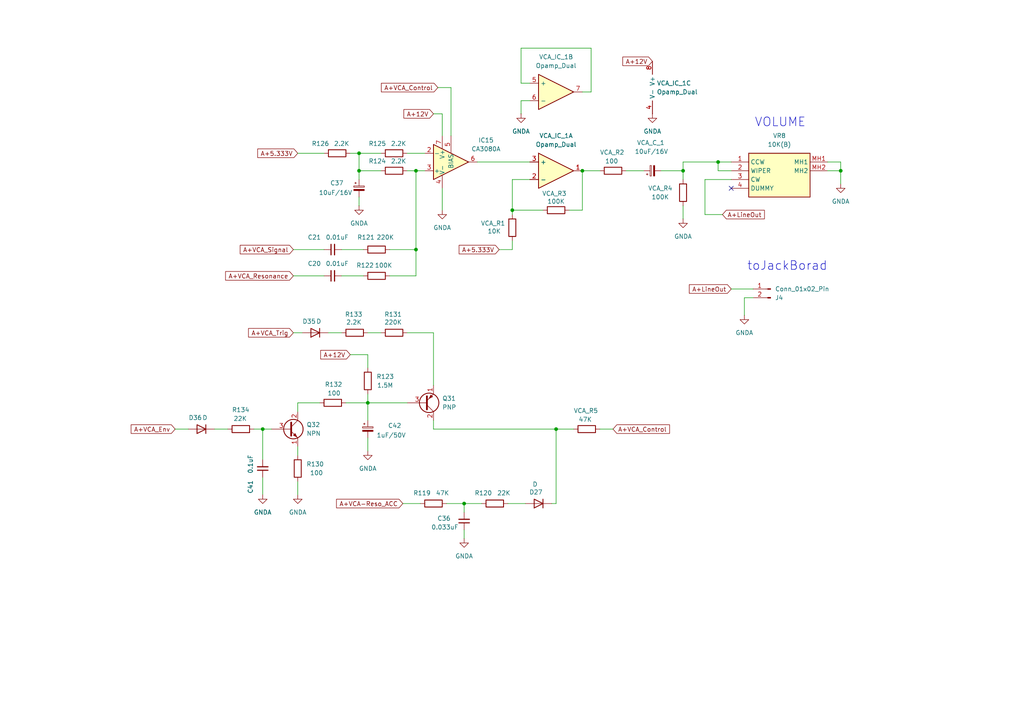
<source format=kicad_sch>
(kicad_sch (version 20231120) (generator "eeschema") (generator_version "8.0")
  (paper "A4")
  (lib_symbols
    (symbol "Amplifier_Operational:CA3080A" (pin_names (offset 0.127))
      (property "Reference" "U" (at 1.27 3.81 0))
      (property "Value" "CA3080A" (at 1.27 -3.81 0))
      (symbol "CA3080A_0_1"
        (polyline (pts (xy 5.08 0) (xy -5.08 -5.08) (xy -5.08 5.08) (xy 5.08 0)) (stroke (width 0.254)) (fill (type background)))
      )
      (symbol "CA3080A_1_1"
        (pin no_connect line (at -2.54 2.54 270) (length 2.54) hide (name "NC") (number "1"))
        (pin input line (at -7.62 2.54 0) (length 2.54) (name "-") (number "2"))
        (pin input line (at -7.62 -2.54 0) (length 2.54) (name "+") (number "3"))
        (pin power_in line (at -2.54 -7.62 90) (length 3.81) (name "V-") (number "4"))
        (pin passive line (at 0 7.62 270) (length 5.08) (name "BIAS") (number "5"))
        (pin output line (at 7.62 0 180) (length 2.54) (name "~") (number "6"))
        (pin power_in line (at -2.54 7.62 270) (length 3.81) (name "V+") (number "7"))
        (pin no_connect line (at 0 2.54 270) (length 2.54) hide (name "NC") (number "8"))
      )
    )
    (symbol "Connector:Conn_01x02_Pin" (pin_names (offset 1.016) hide)
      (property "Reference" "J" (at 0 2.54 0))
      (property "Value" "Conn_01x02_Pin" (at 0 -5.08 0))
      (symbol "Conn_01x02_Pin_1_1"
        (polyline (pts (xy 1.27 -2.54) (xy 0.8636 -2.54)) (stroke (width 0.1524)))
        (polyline (pts (xy 1.27 0) (xy 0.8636 0)) (stroke (width 0.1524)))
        (rectangle (start 0.8636 -2.413) (end 0 -2.667) (stroke (width 0.1524)) (fill (type outline)))
        (rectangle (start 0.8636 0.127) (end 0 -0.127) (stroke (width 0.1524)) (fill (type outline)))
        (pin passive line (at 5.08 0 180) (length 3.81) (name "Pin_1") (number "1"))
        (pin passive line (at 5.08 -2.54 180) (length 3.81) (name "Pin_2") (number "2"))
      )
    )
    (symbol "Device:C_Polarized_Small" (pin_numbers hide) (pin_names (offset 0.254) hide)
      (property "Reference" "C" (at 0.254 1.778 0))
      (property "Value" "C_Polarized_Small" (at 0.254 -2.032 0))
      (symbol "C_Polarized_Small_0_1"
        (rectangle (start -1.524 -0.3048) (end 1.524 -0.6858) (fill (type outline)))
        (rectangle (start -1.524 0.6858) (end 1.524 0.3048))
        (polyline (pts (xy -1.27 1.524) (xy -0.762 1.524)))
        (polyline (pts (xy -1.016 1.27) (xy -1.016 1.778)))
      )
      (symbol "C_Polarized_Small_1_1"
        (pin passive line (at 0 2.54 270) (length 1.8542) (name "~") (number "1"))
        (pin passive line (at 0 -2.54 90) (length 1.8542) (name "~") (number "2"))
      )
    )
    (symbol "Device:C_Small" (pin_numbers hide) (pin_names (offset 0.254) hide)
      (property "Reference" "C" (at 0.254 1.778 0))
      (property "Value" "C_Small" (at 0.254 -2.032 0))
      (symbol "C_Small_0_1"
        (polyline (pts (xy -1.524 -0.508) (xy 1.524 -0.508)) (stroke (width 0.3302)))
        (polyline (pts (xy -1.524 0.508) (xy 1.524 0.508)) (stroke (width 0.3048)))
      )
      (symbol "C_Small_1_1"
        (pin passive line (at 0 2.54 270) (length 2.032) (name "~") (number "1"))
        (pin passive line (at 0 -2.54 90) (length 2.032) (name "~") (number "2"))
      )
    )
    (symbol "Device:D" (pin_numbers hide) (pin_names (offset 1.016) hide)
      (property "Reference" "D" (at 0 2.54 0))
      (property "Value" "D" (at 0 -2.54 0))
      (symbol "D_0_1"
        (polyline (pts (xy -1.27 1.27) (xy -1.27 -1.27)) (stroke (width 0.254)))
        (polyline (pts (xy 1.27 0) (xy -1.27 0)))
        (polyline (pts (xy 1.27 1.27) (xy 1.27 -1.27) (xy -1.27 0) (xy 1.27 1.27)) (stroke (width 0.254)))
      )
      (symbol "D_1_1"
        (pin passive line (at -3.81 0 0) (length 2.54) (name "K") (number "1"))
        (pin passive line (at 3.81 0 180) (length 2.54) (name "A") (number "2"))
      )
    )
    (symbol "Device:Opamp_Dual"
      (property "Reference" "U" (at 0 5.08 0))
      (property "Value" "Opamp_Dual" (at 0 -5.08 0))
      (symbol "Opamp_Dual_1_1"
        (polyline (pts (xy -5.08 5.08) (xy 5.08 0) (xy -5.08 -5.08) (xy -5.08 5.08)) (stroke (width 0.254)) (fill (type background)))
        (pin output line (at 7.62 0 180) (length 2.54) (name "~") (number "1"))
        (pin input line (at -7.62 -2.54 0) (length 2.54) (name "-") (number "2"))
        (pin input line (at -7.62 2.54 0) (length 2.54) (name "+") (number "3"))
      )
      (symbol "Opamp_Dual_2_1"
        (polyline (pts (xy -5.08 5.08) (xy 5.08 0) (xy -5.08 -5.08) (xy -5.08 5.08)) (stroke (width 0.254)) (fill (type background)))
        (pin input line (at -7.62 2.54 0) (length 2.54) (name "+") (number "5"))
        (pin input line (at -7.62 -2.54 0) (length 2.54) (name "-") (number "6"))
        (pin output line (at 7.62 0 180) (length 2.54) (name "~") (number "7"))
      )
      (symbol "Opamp_Dual_3_1"
        (pin power_in line (at -2.54 -7.62 90) (length 3.81) (name "V-") (number "4"))
        (pin power_in line (at -2.54 7.62 270) (length 3.81) (name "V+") (number "8"))
      )
    )
    (symbol "Device:Q_NPN_ECB" (pin_names (offset 0) hide)
      (property "Reference" "Q" (at 5.08 1.27 0))
      (property "Value" "Q_NPN_ECB" (at 5.08 -1.27 0))
      (symbol "Q_NPN_ECB_0_1"
        (polyline (pts (xy 0.635 0.635) (xy 2.54 2.54)))
        (polyline (pts (xy 0.635 -0.635) (xy 2.54 -2.54) (xy 2.54 -2.54)))
        (polyline (pts (xy 0.635 1.905) (xy 0.635 -1.905) (xy 0.635 -1.905)) (stroke (width 0.508)))
        (polyline (pts (xy 1.27 -1.778) (xy 1.778 -1.27) (xy 2.286 -2.286) (xy 1.27 -1.778) (xy 1.27 -1.778)) (fill (type outline)))
        (circle (center 1.27 0) (radius 2.8194) (stroke (width 0.254)))
      )
      (symbol "Q_NPN_ECB_1_1"
        (pin passive line (at 2.54 -5.08 90) (length 2.54) (name "E") (number "1"))
        (pin passive line (at 2.54 5.08 270) (length 2.54) (name "C") (number "2"))
        (pin passive line (at -5.08 0 0) (length 5.715) (name "B") (number "3"))
      )
    )
    (symbol "Device:Q_PNP_ECB" (pin_names (offset 0) hide)
      (property "Reference" "Q" (at 5.08 1.27 0))
      (property "Value" "Q_PNP_ECB" (at 5.08 -1.27 0))
      (symbol "Q_PNP_ECB_0_1"
        (polyline (pts (xy 0.635 0.635) (xy 2.54 2.54)))
        (polyline (pts (xy 0.635 -0.635) (xy 2.54 -2.54) (xy 2.54 -2.54)))
        (polyline (pts (xy 0.635 1.905) (xy 0.635 -1.905) (xy 0.635 -1.905)) (stroke (width 0.508)))
        (polyline (pts (xy 2.286 -1.778) (xy 1.778 -2.286) (xy 1.27 -1.27) (xy 2.286 -1.778) (xy 2.286 -1.778)) (fill (type outline)))
        (circle (center 1.27 0) (radius 2.8194) (stroke (width 0.254)))
      )
      (symbol "Q_PNP_ECB_1_1"
        (pin passive line (at 2.54 -5.08 90) (length 2.54) (name "E") (number "1"))
        (pin passive line (at 2.54 5.08 270) (length 2.54) (name "C") (number "2"))
        (pin input line (at -5.08 0 0) (length 5.715) (name "B") (number "3"))
      )
    )
    (symbol "Device:R" (pin_numbers hide) (pin_names (offset 0))
      (property "Reference" "R" (at 2.032 0 90))
      (property "Value" "R" (at 0 0 90))
      (symbol "R_0_1"
        (rectangle (start -1.016 -2.54) (end 1.016 2.54) (stroke (width 0.254)))
      )
      (symbol "R_1_1"
        (pin passive line (at 0 3.81 270) (length 1.27) (name "~") (number "1"))
        (pin passive line (at 0 -3.81 90) (length 1.27) (name "~") (number "2"))
      )
    )
    (symbol "SamacSys_Parts:PTV111-3420A-A103"
      (property "Reference" "VR" (at 24.13 7.62 0))
      (property "Value" "PTV111-3420A-A103" (at 24.13 5.08 0))
      (symbol "PTV111-3420A-A103_1_1"
        (rectangle (start 5.08 2.54) (end 22.86 -10.16) (stroke (width 0.254)) (fill (type background)))
        (pin passive line (at 0 0 0) (length 5.08) (name "CCW") (number "1"))
        (pin passive line (at 0 -2.54 0) (length 5.08) (name "WIPER") (number "2"))
        (pin passive line (at 0 -5.08 0) (length 5.08) (name "CW") (number "3"))
        (pin passive line (at 0 -7.62 0) (length 5.08) (name "DUMMY") (number "4"))
        (pin passive line (at 27.94 0 180) (length 5.08) (name "MH1") (number "MH1"))
        (pin passive line (at 27.94 -2.54 180) (length 5.08) (name "MH2") (number "MH2"))
      )
    )
    (symbol "power:GNDA" (power) (pin_numbers hide) (pin_names (offset 0) hide)
      (property "Value" "GNDA" (at 0 -3.81 0))
      (symbol "GNDA_0_1"
        (polyline (pts (xy 0 0) (xy 0 -1.27) (xy 1.27 -1.27) (xy 0 -2.54) (xy -1.27 -1.27) (xy 0 -1.27)))
      )
      (symbol "GNDA_1_1"
        (pin power_in line (at 0 0 270) (length 0) (name "~") (number "1"))
      )
    )
  )
  (junction (at 104.14 49.53))
  (junction (at 198.12 49.53))
  (junction (at 161.29 124.46))
  (junction (at 120.65 72.39))
  (junction (at 106.68 116.84))
  (junction (at 104.14 44.45))
  (junction (at 168.91 49.53))
  (junction (at 243.84 49.53))
  (junction (at 148.59 60.96))
  (junction (at 208.28 46.99))
  (junction (at 76.2 124.46))
  (junction (at 120.65 49.53))
  (junction (at 134.62 146.05))
  (no_connect (at 212.09 54.61))
  (wire (pts (xy 99.06 80.01) (xy 105.41 80.01)))
  (wire (pts (xy 106.68 96.52) (xy 110.49 96.52)))
  (wire (pts (xy 168.91 49.53) (xy 168.91 60.96)))
  (wire (pts (xy 106.68 102.87) (xy 106.68 106.68)))
  (wire (pts (xy 106.68 116.84) (xy 106.68 114.3)))
  (wire (pts (xy 118.11 116.84) (xy 106.68 116.84)))
  (wire (pts (xy 86.36 139.7) (xy 86.36 143.51)))
  (wire (pts (xy 215.9 91.44) (xy 215.9 86.36)))
  (wire (pts (xy 161.29 124.46) (xy 161.29 146.05)))
  (wire (pts (xy 208.28 49.53) (xy 208.28 46.99)))
  (wire (pts (xy 144.78 72.39) (xy 148.59 72.39)))
  (wire (pts (xy 151.13 24.13) (xy 151.13 13.97)))
  (wire (pts (xy 104.14 44.45) (xy 110.49 44.45)))
  (wire (pts (xy 128.27 54.61) (xy 128.27 60.96)))
  (wire (pts (xy 76.2 124.46) (xy 78.74 124.46)))
  (wire (pts (xy 120.65 80.01) (xy 120.65 72.39)))
  (wire (pts (xy 86.36 129.54) (xy 86.36 132.08)))
  (wire (pts (xy 134.62 146.05) (xy 134.62 148.59)))
  (wire (pts (xy 153.67 29.21) (xy 151.13 29.21)))
  (wire (pts (xy 198.12 46.99) (xy 198.12 49.53)))
  (wire (pts (xy 85.09 80.01) (xy 93.98 80.01)))
  (wire (pts (xy 191.77 49.53) (xy 198.12 49.53)))
  (wire (pts (xy 101.6 102.87) (xy 106.68 102.87)))
  (wire (pts (xy 120.65 49.53) (xy 123.19 49.53)))
  (wire (pts (xy 168.91 60.96) (xy 165.1 60.96)))
  (wire (pts (xy 151.13 13.97) (xy 171.45 13.97)))
  (wire (pts (xy 104.14 57.15) (xy 104.14 59.69)))
  (wire (pts (xy 128.27 33.02) (xy 128.27 39.37)))
  (wire (pts (xy 240.03 49.53) (xy 243.84 49.53)))
  (wire (pts (xy 198.12 49.53) (xy 198.12 52.07)))
  (wire (pts (xy 204.47 62.23) (xy 209.55 62.23)))
  (wire (pts (xy 215.9 86.36) (xy 218.44 86.36)))
  (wire (pts (xy 204.47 52.07) (xy 212.09 52.07)))
  (wire (pts (xy 101.6 44.45) (xy 104.14 44.45)))
  (wire (pts (xy 173.99 124.46) (xy 177.8 124.46)))
  (wire (pts (xy 134.62 146.05) (xy 139.7 146.05)))
  (wire (pts (xy 212.09 46.99) (xy 208.28 46.99)))
  (wire (pts (xy 106.68 127) (xy 106.68 130.81)))
  (wire (pts (xy 125.73 121.92) (xy 125.73 124.46)))
  (wire (pts (xy 95.25 96.52) (xy 99.06 96.52)))
  (wire (pts (xy 208.28 46.99) (xy 198.12 46.99)))
  (wire (pts (xy 243.84 49.53) (xy 243.84 53.34)))
  (wire (pts (xy 125.73 124.46) (xy 161.29 124.46)))
  (wire (pts (xy 100.33 116.84) (xy 106.68 116.84)))
  (wire (pts (xy 157.48 60.96) (xy 148.59 60.96)))
  (wire (pts (xy 171.45 13.97) (xy 171.45 26.67)))
  (wire (pts (xy 92.71 116.84) (xy 86.36 116.84)))
  (wire (pts (xy 50.8 124.46) (xy 54.61 124.46)))
  (wire (pts (xy 240.03 46.99) (xy 243.84 46.99)))
  (wire (pts (xy 129.54 146.05) (xy 134.62 146.05)))
  (wire (pts (xy 125.73 33.02) (xy 128.27 33.02)))
  (wire (pts (xy 171.45 26.67) (xy 168.91 26.67)))
  (wire (pts (xy 204.47 52.07) (xy 204.47 62.23)))
  (wire (pts (xy 212.09 49.53) (xy 208.28 49.53)))
  (wire (pts (xy 76.2 138.43) (xy 76.2 143.51)))
  (wire (pts (xy 148.59 52.07) (xy 153.67 52.07)))
  (wire (pts (xy 116.84 146.05) (xy 121.92 146.05)))
  (wire (pts (xy 85.09 72.39) (xy 93.98 72.39)))
  (wire (pts (xy 85.09 96.52) (xy 87.63 96.52)))
  (wire (pts (xy 243.84 46.99) (xy 243.84 49.53)))
  (wire (pts (xy 118.11 49.53) (xy 120.65 49.53)))
  (wire (pts (xy 118.11 96.52) (xy 125.73 96.52)))
  (wire (pts (xy 104.14 49.53) (xy 104.14 44.45)))
  (wire (pts (xy 134.62 153.67) (xy 134.62 156.21)))
  (wire (pts (xy 113.03 80.01) (xy 120.65 80.01)))
  (wire (pts (xy 147.32 146.05) (xy 152.4 146.05)))
  (wire (pts (xy 104.14 49.53) (xy 104.14 52.07)))
  (wire (pts (xy 110.49 49.53) (xy 104.14 49.53)))
  (wire (pts (xy 153.67 24.13) (xy 151.13 24.13)))
  (wire (pts (xy 138.43 46.99) (xy 153.67 46.99)))
  (wire (pts (xy 181.61 49.53) (xy 186.69 49.53)))
  (wire (pts (xy 113.03 72.39) (xy 120.65 72.39)))
  (wire (pts (xy 73.66 124.46) (xy 76.2 124.46)))
  (wire (pts (xy 160.02 146.05) (xy 161.29 146.05)))
  (wire (pts (xy 76.2 133.35) (xy 76.2 124.46)))
  (wire (pts (xy 106.68 116.84) (xy 106.68 121.92)))
  (wire (pts (xy 148.59 60.96) (xy 148.59 52.07)))
  (wire (pts (xy 168.91 49.53) (xy 173.99 49.53)))
  (wire (pts (xy 86.36 116.84) (xy 86.36 119.38)))
  (wire (pts (xy 130.81 25.4) (xy 130.81 39.37)))
  (wire (pts (xy 120.65 72.39) (xy 120.65 49.53)))
  (wire (pts (xy 212.09 83.82) (xy 218.44 83.82)))
  (wire (pts (xy 127 25.4) (xy 130.81 25.4)))
  (wire (pts (xy 198.12 59.69) (xy 198.12 63.5)))
  (wire (pts (xy 99.06 72.39) (xy 105.41 72.39)))
  (wire (pts (xy 148.59 60.96) (xy 148.59 62.23)))
  (wire (pts (xy 151.13 29.21) (xy 151.13 33.02)))
  (wire (pts (xy 125.73 96.52) (xy 125.73 111.76)))
  (wire (pts (xy 118.11 44.45) (xy 123.19 44.45)))
  (wire (pts (xy 161.29 124.46) (xy 166.37 124.46)))
  (wire (pts (xy 148.59 72.39) (xy 148.59 69.85)))
  (wire (pts (xy 62.23 124.46) (xy 66.04 124.46)))
  (wire (pts (xy 86.36 44.45) (xy 93.98 44.45)))
  (text "VOLUME" (at 226.314 35.56 0) (effects (font (size 2.54 2.54))))
  (text "toJackBorad" (at 228.346 77.216 0) (effects (font (size 2.54 2.54))))
  (global_label "A+LineOut" (shape input) (at 212.09 83.82 180) (property "Intersheetrefs" "${INTERSHEET_REFS}" (effects (hide yes))))
  (global_label "A+VCA_Control" (shape input) (at 127 25.4 180) (property "Intersheetrefs" "${INTERSHEET_REFS}" (effects (hide yes))))
  (global_label "A+5.333V" (shape input) (at 86.36 44.45 180) (property "Intersheetrefs" "${INTERSHEET_REFS}" (effects (hide yes))))
  (global_label "A+VCA_Signal" (shape input) (at 85.09 72.39 180) (property "Intersheetrefs" "${INTERSHEET_REFS}" (effects (hide yes))))
  (global_label "A+VCA-Reso_ACC" (shape input) (at 116.84 146.05 180) (property "Intersheetrefs" "${INTERSHEET_REFS}" (effects (hide yes))))
  (global_label "A+VCA_Env" (shape input) (at 50.8 124.46 180) (property "Intersheetrefs" "${INTERSHEET_REFS}" (effects (hide yes))))
  (global_label "A+VCA_Resonance" (shape input) (at 85.09 80.01 180) (property "Intersheetrefs" "${INTERSHEET_REFS}" (effects (hide yes))))
  (global_label "A+12V" (shape input) (at 101.6 102.87 180) (property "Intersheetrefs" "${INTERSHEET_REFS}" (effects (hide yes))))
  (global_label "A+12V" (shape input) (at 189.23 17.78 180) (property "Intersheetrefs" "${INTERSHEET_REFS}" (effects (hide yes))))
  (global_label "A+12V" (shape input) (at 125.73 33.02 180) (property "Intersheetrefs" "${INTERSHEET_REFS}" (effects (hide yes))))
  (global_label "A+VCA_Control" (shape input) (at 177.8 124.46 0) (property "Intersheetrefs" "${INTERSHEET_REFS}" (effects (hide yes))))
  (global_label "A+LineOut" (shape input) (at 209.55 62.23 0) (property "Intersheetrefs" "${INTERSHEET_REFS}" (effects (hide yes))))
  (global_label "A+5.333V" (shape input) (at 144.78 72.39 180) (property "Intersheetrefs" "${INTERSHEET_REFS}" (effects (hide yes))))
  (global_label "A+VCA_Trig" (shape input) (at 85.09 96.52 180) (property "Intersheetrefs" "${INTERSHEET_REFS}" (effects (hide yes))))
  (symbol (lib_id "power:GNDA") (at 106.68 130.81 0) (unit 1)
    (property "Reference" "#PWR045" (effects (hide yes)))
    (property "Value" "GNDA" (at 106.68 135.89 0))
    (property "Description" "Power symbol creates a global label with name \"GNDA\" , analog ground" (effects (hide yes)))
  )
  (symbol (lib_id "Device:R") (at 109.22 72.39 270) (unit 1)
    (property "Reference" "R121" (at 108.712 68.834 90) (effects (justify right)))
    (property "Value" "220K" (at 114.3 68.834 90) (effects (justify right)))
    (property "Footprint" "Resistor_THT:R_Axial_DIN0207_L6.3mm_D2.5mm_P2.54mm_Vertical" (effects (hide yes)))
    (property "Description" "Resistor" (effects (hide yes)))
  )
  (symbol (lib_id "power:GNDA") (at 76.2 143.51 0) (unit 1)
    (property "Reference" "#PWR047" (effects (hide yes)))
    (property "Value" "GNDA" (at 76.2 148.59 0))
    (property "Description" "Power symbol creates a global label with name \"GNDA\" , analog ground" (effects (hide yes)))
  )
  (symbol (lib_id "power:GNDA") (at 215.9 91.44 0) (unit 1)
    (property "Reference" "#PWR021" (effects (hide yes)))
    (property "Value" "GNDA" (at 215.9 96.52 0))
    (property "Description" "Power symbol creates a global label with name \"GNDA\" , analog ground" (effects (hide yes)))
  )
  (symbol (lib_id "Amplifier_Operational:CA3080A") (at 130.81 46.99 0) (unit 1)
    (property "Reference" "IC15" (at 140.97 40.6714 0))
    (property "Value" "CA3080A" (at 140.97 43.2114 0))
    (property "Footprint" "Package_DIP:DIP-8_W7.62mm" (effects (hide yes)))
    (property "Datasheet" "http://www.intersil.com/content/dam/Intersil/documents/ca30/ca3080-a.pdf" (effects (hide yes)))
    (property "Description" "2MHz, Operational Transconductance Amplifier (OTA), gM spread 1.6:1, DIP-8/SOIC-8" (effects (hide yes)))
  )
  (symbol (lib_id "Device:C_Polarized_Small") (at 106.68 124.46 0) (unit 1)
    (property "Reference" "C42" (at 112.522 123.444 0) (effects (justify left)))
    (property "Value" "1uF/50V" (at 109.22 126.238 0) (effects (justify left)))
    (property "Footprint" "Capacitor_THT:CP_Radial_D5.0mm_P2.00mm" (effects (hide yes)))
    (property "Description" "Polarized capacitor, small symbol" (effects (hide yes)))
  )
  (symbol (lib_id "Device:R") (at 109.22 80.01 270) (unit 1)
    (property "Reference" "R122" (at 108.458 76.962 90) (effects (justify right)))
    (property "Value" "100K" (at 113.792 76.962 90) (effects (justify right)))
    (property "Footprint" "Resistor_THT:R_Axial_DIN0207_L6.3mm_D2.5mm_P2.54mm_Vertical" (effects (hide yes)))
    (property "Description" "Resistor" (effects (hide yes)))
  )
  (symbol (lib_id "Device:R") (at 114.3 96.52 270) (unit 1)
    (property "Reference" "R131" (at 116.586 91.186 90) (effects (justify right)))
    (property "Value" "220K" (at 116.586 93.472 90) (effects (justify right)))
    (property "Footprint" "Resistor_THT:R_Axial_DIN0207_L6.3mm_D2.5mm_P2.54mm_Vertical" (effects (hide yes)))
    (property "Description" "Resistor" (effects (hide yes)))
  )
  (symbol (lib_id "SamacSys_Parts:PTV111-3420A-A103") (at 212.09 46.99 0) (unit 1)
    (property "Reference" "VR8" (at 226.06 39.37 0))
    (property "Value" "10K(B)" (at 226.06 41.91 0))
    (property "Footprint" "SamacSys_Parts:PTV1113420AA103" (effects (hide yes)))
    (property "Datasheet" "https://www.bourns.com/docs/Product-Datasheets/PTVPTT.pdf" (effects (hide yes)))
    (property "Description" "Potentiometers PANEL CONTROL" (effects (hide yes)))
    (property "Height" "27.5" (effects (hide yes)))
    (property "Manufacturer_Name" "Bourns" (effects (hide yes)))
    (property "Manufacturer_Part_Number" "PTV111-3420A-A103" (effects (hide yes)))
    (property "Mouser Part Number" "652-PTV1113420AA103" (effects (hide yes)))
    (property "Mouser Price/Stock" "https://www.mouser.co.uk/ProductDetail/Bourns/PTV111-3420A-A103?qs=Zq5ylnUbLm6%252B83XsyS3Q%252Bw%3D%3D" (effects (hide yes)))
    (property "Arrow Part Number" "PTV111-3420A-A103" (effects (hide yes)))
    (property "Arrow Price/Stock" "https://www.arrow.com/en/products/ptv111-3420a-a103/bourns?region=nac" (effects (hide yes)))
  )
  (symbol (lib_id "Device:R") (at 96.52 116.84 270) (unit 1)
    (property "Reference" "R132" (at 99.314 111.506 90) (effects (justify right)))
    (property "Value" "100" (at 98.806 114.046 90) (effects (justify right)))
    (property "Footprint" "Resistor_THT:R_Axial_DIN0207_L6.3mm_D2.5mm_P2.54mm_Vertical" (effects (hide yes)))
    (property "Description" "Resistor" (effects (hide yes)))
  )
  (symbol (lib_id "power:GNDA") (at 104.14 59.69 0) (unit 1)
    (property "Reference" "#PWR040" (effects (hide yes)))
    (property "Value" "GNDA" (at 104.14 64.77 0))
    (property "Description" "Power symbol creates a global label with name \"GNDA\" , analog ground" (effects (hide yes)))
  )
  (symbol (lib_id "power:GNDA") (at 189.23 33.02 0) (unit 1)
    (property "Reference" "#PWR020" (effects (hide yes)))
    (property "Value" "GNDA" (at 189.23 38.1 0))
    (property "Description" "Power symbol creates a global label with name \"GNDA\" , analog ground" (effects (hide yes)))
  )
  (symbol (lib_id "Device:R") (at 69.85 124.46 270) (unit 1)
    (property "Reference" "R134" (at 72.39 118.872 90) (effects (justify right)))
    (property "Value" "22K" (at 71.628 121.412 90) (effects (justify right)))
    (property "Footprint" "Resistor_THT:R_Axial_DIN0207_L6.3mm_D2.5mm_P2.54mm_Vertical" (effects (hide yes)))
    (property "Description" "Resistor" (effects (hide yes)))
  )
  (symbol (lib_id "Device:Q_PNP_ECB") (at 123.19 116.84 0) (mirror x) (unit 1)
    (property "Reference" "Q31" (at 128.27 115.5699 0) (effects (justify left)))
    (property "Value" "PNP" (at 128.27 118.1099 0) (effects (justify left)))
    (property "Footprint" "Package_TO_SOT_THT:TO-92_Inline" (effects (hide yes)))
    (property "Description" "PNP transistor, emitter/collector/base" (effects (hide yes)))
  )
  (symbol (lib_id "Device:R") (at 86.36 135.89 0) (unit 1)
    (property "Reference" "R130" (at 93.98 134.62 0) (effects (justify right)))
    (property "Value" "100" (at 93.726 137.16 0) (effects (justify right)))
    (property "Footprint" "Resistor_THT:R_Axial_DIN0207_L6.3mm_D2.5mm_P2.54mm_Vertical" (effects (hide yes)))
    (property "Description" "Resistor" (effects (hide yes)))
  )
  (symbol (lib_id "Device:C_Polarized_Small") (at 104.14 54.61 0) (unit 1)
    (property "Reference" "C37" (at 95.758 53.086 0) (effects (justify left)))
    (property "Value" "10uF/16V" (at 92.456 55.88 0) (effects (justify left)))
    (property "Footprint" "Capacitor_THT:CP_Radial_D4.0mm_P2.00mm" (effects (hide yes)))
    (property "Description" "Polarized capacitor, small symbol" (effects (hide yes)))
  )
  (symbol (lib_id "Device:R") (at 114.3 44.45 270) (unit 1)
    (property "Reference" "R125" (at 112.014 41.656 90) (effects (justify right)))
    (property "Value" "2.2K" (at 117.856 41.656 90) (effects (justify right)))
    (property "Footprint" "Resistor_THT:R_Axial_DIN0207_L6.3mm_D2.5mm_P2.54mm_Vertical" (effects (hide yes)))
    (property "Description" "Resistor" (effects (hide yes)))
  )
  (symbol (lib_id "Device:D") (at 156.21 146.05 180) (unit 1)
    (property "Reference" "D27" (at 155.448 142.748 0))
    (property "Value" "D" (at 155.194 140.462 0))
    (property "Footprint" "Diode_THT:D_A-405_P2.54mm_Vertical_AnodeUp" (effects (hide yes)))
    (property "Description" "Diode" (effects (hide yes)))
    (property "Sim.Device" "D" (effects (hide yes)))
    (property "Sim.Pins" "1=K 2=A" (effects (hide yes)))
  )
  (symbol (lib_id "Device:R") (at 102.87 96.52 270) (unit 1)
    (property "Reference" "R133" (at 105.156 91.186 90) (effects (justify right)))
    (property "Value" "2.2K" (at 104.902 93.472 90) (effects (justify right)))
    (property "Footprint" "Resistor_THT:R_Axial_DIN0207_L6.3mm_D2.5mm_P2.54mm_Vertical" (effects (hide yes)))
    (property "Description" "Resistor" (effects (hide yes)))
  )
  (symbol (lib_id "Device:Opamp_Dual") (at 161.29 26.67 0) (unit 2)
    (property "Reference" "VCA_IC_1" (at 161.29 16.51 0))
    (property "Value" "Opamp_Dual" (at 161.29 19.05 0))
    (property "Footprint" "Package_DIP:DIP-8_W7.62mm" (effects (hide yes)))
    (property "Description" "Dual operational amplifier" (effects (hide yes)))
    (property "Sim.Library" "${KICAD7_SYMBOL_DIR}/Simulation_SPICE.sp" (effects (hide yes)))
    (property "Sim.Name" "kicad_builtin_opamp_dual" (effects (hide yes)))
    (property "Sim.Device" "SUBCKT" (effects (hide yes)))
    (property "Sim.Pins" "1=out1 2=in1- 3=in1+ 4=vee 5=in2+ 6=in2- 7=out2 8=vcc" (effects (hide yes)))
  )
  (symbol (lib_id "Device:R") (at 148.59 66.04 0) (unit 1)
    (property "Reference" "VCA_R1" (at 146.558 64.77 0) (effects (justify right)))
    (property "Value" "10K" (at 145.288 67.056 0) (effects (justify right)))
    (property "Footprint" "Resistor_THT:R_Axial_DIN0207_L6.3mm_D2.5mm_P2.54mm_Vertical" (effects (hide yes)))
    (property "Description" "Resistor" (effects (hide yes)))
  )
  (symbol (lib_id "Device:C_Small") (at 134.62 151.13 180) (unit 1)
    (property "Reference" "C36" (at 128.778 150.368 0))
    (property "Value" "0.033uF" (at 129.032 152.908 0))
    (property "Footprint" "Capacitor_THT:C_Rect_L7.2mm_W2.5mm_P5.00mm_FKS2_FKP2_MKS2_MKP2" (effects (hide yes)))
    (property "Description" "Unpolarized capacitor, small symbol" (effects (hide yes)))
  )
  (symbol (lib_id "power:GNDA") (at 128.27 60.96 0) (unit 1)
    (property "Reference" "#PWR041" (effects (hide yes)))
    (property "Value" "GNDA" (at 128.27 66.04 0))
    (property "Description" "Power symbol creates a global label with name \"GNDA\" , analog ground" (effects (hide yes)))
  )
  (symbol (lib_id "Device:Opamp_Dual") (at 161.29 49.53 0) (unit 1)
    (property "Reference" "VCA_IC_1" (at 161.29 39.37 0))
    (property "Value" "Opamp_Dual" (at 161.29 41.91 0))
    (property "Footprint" "Package_DIP:DIP-8_W7.62mm" (effects (hide yes)))
    (property "Description" "Dual operational amplifier" (effects (hide yes)))
    (property "Sim.Library" "${KICAD7_SYMBOL_DIR}/Simulation_SPICE.sp" (effects (hide yes)))
    (property "Sim.Name" "kicad_builtin_opamp_dual" (effects (hide yes)))
    (property "Sim.Device" "SUBCKT" (effects (hide yes)))
    (property "Sim.Pins" "1=out1 2=in1- 3=in1+ 4=vee 5=in2+ 6=in2- 7=out2 8=vcc" (effects (hide yes)))
  )
  (symbol (lib_id "power:GNDA") (at 151.13 33.02 0) (unit 1)
    (property "Reference" "#PWR043" (effects (hide yes)))
    (property "Value" "GNDA" (at 151.13 38.1 0))
    (property "Description" "Power symbol creates a global label with name \"GNDA\" , analog ground" (effects (hide yes)))
  )
  (symbol (lib_id "Device:R") (at 125.73 146.05 270) (unit 1)
    (property "Reference" "R119" (at 124.968 143.002 90) (effects (justify right)))
    (property "Value" "47K" (at 130.302 143.002 90) (effects (justify right)))
    (property "Footprint" "Resistor_THT:R_Axial_DIN0207_L6.3mm_D2.5mm_P2.54mm_Vertical" (effects (hide yes)))
    (property "Description" "Resistor" (effects (hide yes)))
  )
  (symbol (lib_id "Device:C_Small") (at 76.2 135.89 180) (unit 1)
    (property "Reference" "C41" (at 72.644 141.2303 90))
    (property "Value" "0.1uF" (at 72.644 134.62 90))
    (property "Footprint" "Capacitor_THT:C_Rect_L7.2mm_W2.5mm_P5.00mm_FKS2_FKP2_MKS2_MKP2" (effects (hide yes)))
    (property "Description" "Unpolarized capacitor, small symbol" (effects (hide yes)))
  )
  (symbol (lib_id "Device:C_Polarized_Small") (at 189.23 49.53 90) (unit 1)
    (property "Reference" "VCA_C_1" (at 192.786 41.402 90) (effects (justify left)))
    (property "Value" "10uF/16V" (at 193.802 43.942 90) (effects (justify left)))
    (property "Footprint" "Capacitor_THT:CP_Radial_D4.0mm_P2.00mm" (effects (hide yes)))
    (property "Description" "Polarized capacitor, small symbol" (effects (hide yes)))
  )
  (symbol (lib_id "power:GNDA") (at 134.62 156.21 0) (unit 1)
    (property "Reference" "#PWR048" (effects (hide yes)))
    (property "Value" "GNDA" (at 134.62 161.29 0))
    (property "Description" "Power symbol creates a global label with name \"GNDA\" , analog ground" (effects (hide yes)))
  )
  (symbol (lib_id "Device:R") (at 97.79 44.45 270) (unit 1)
    (property "Reference" "R126" (at 95.504 41.656 90) (effects (justify right)))
    (property "Value" "2.2K" (at 101.346 41.656 90) (effects (justify right)))
    (property "Footprint" "Resistor_THT:R_Axial_DIN0207_L6.3mm_D2.5mm_P2.54mm_Vertical" (effects (hide yes)))
    (property "Description" "Resistor" (effects (hide yes)))
  )
  (symbol (lib_id "Device:R") (at 106.68 110.49 0) (unit 1)
    (property "Reference" "R123" (at 114.3 109.22 0) (effects (justify right)))
    (property "Value" "1.5M" (at 114.046 111.76 0) (effects (justify right)))
    (property "Footprint" "Resistor_THT:R_Axial_DIN0207_L6.3mm_D2.5mm_P2.54mm_Vertical" (effects (hide yes)))
    (property "Description" "Resistor" (effects (hide yes)))
  )
  (symbol (lib_id "Device:R") (at 143.51 146.05 270) (unit 1)
    (property "Reference" "R120" (at 142.748 143.002 90) (effects (justify right)))
    (property "Value" "22K" (at 148.082 143.002 90) (effects (justify right)))
    (property "Footprint" "Resistor_THT:R_Axial_DIN0207_L6.3mm_D2.5mm_P2.54mm_Vertical" (effects (hide yes)))
    (property "Description" "Resistor" (effects (hide yes)))
  )
  (symbol (lib_id "Device:R") (at 170.18 124.46 270) (unit 1)
    (property "Reference" "VCA_R5" (at 173.482 119.126 90) (effects (justify right)))
    (property "Value" "47K" (at 171.704 121.666 90) (effects (justify right)))
    (property "Footprint" "Resistor_THT:R_Axial_DIN0207_L6.3mm_D2.5mm_P2.54mm_Vertical" (effects (hide yes)))
    (property "Description" "Resistor" (effects (hide yes)))
  )
  (symbol (lib_id "Device:C_Small") (at 96.52 72.39 90) (unit 1)
    (property "Reference" "C21" (at 91.1797 68.834 90))
    (property "Value" "0.01uF" (at 97.79 68.834 90))
    (property "Footprint" "Capacitor_THT:C_Rect_L7.2mm_W2.5mm_P5.00mm_FKS2_FKP2_MKS2_MKP2" (effects (hide yes)))
    (property "Description" "Unpolarized capacitor, small symbol" (effects (hide yes)))
  )
  (symbol (lib_id "power:GNDA") (at 243.84 53.34 0) (unit 1)
    (property "Reference" "#PWR050" (effects (hide yes)))
    (property "Value" "GNDA" (at 243.84 58.42 0))
    (property "Description" "Power symbol creates a global label with name \"GNDA\" , analog ground" (effects (hide yes)))
  )
  (symbol (lib_id "power:GNDA") (at 86.36 143.51 0) (unit 1)
    (property "Reference" "#PWR046" (effects (hide yes)))
    (property "Value" "GNDA" (at 86.36 148.59 0))
    (property "Description" "Power symbol creates a global label with name \"GNDA\" , analog ground" (effects (hide yes)))
  )
  (symbol (lib_id "Device:C_Small") (at 96.52 80.01 90) (unit 1)
    (property "Reference" "C20" (at 91.1797 76.454 90))
    (property "Value" "0.01uF" (at 97.79 76.454 90))
    (property "Footprint" "Capacitor_THT:C_Rect_L7.2mm_W2.5mm_P5.00mm_FKS2_FKP2_MKS2_MKP2" (effects (hide yes)))
    (property "Description" "Unpolarized capacitor, small symbol" (effects (hide yes)))
  )
  (symbol (lib_id "Device:R") (at 177.8 49.53 270) (unit 1)
    (property "Reference" "VCA_R2" (at 181.102 44.196 90) (effects (justify right)))
    (property "Value" "100" (at 179.324 46.736 90) (effects (justify right)))
    (property "Footprint" "Resistor_THT:R_Axial_DIN0207_L6.3mm_D2.5mm_P2.54mm_Vertical" (effects (hide yes)))
    (property "Description" "Resistor" (effects (hide yes)))
  )
  (symbol (lib_id "Device:D") (at 91.44 96.52 180) (unit 1)
    (property "Reference" "D35" (at 89.662 93.218 0))
    (property "Value" "D" (at 92.456 93.218 0))
    (property "Footprint" "Diode_THT:D_A-405_P2.54mm_Vertical_AnodeUp" (effects (hide yes)))
    (property "Description" "Diode" (effects (hide yes)))
    (property "Sim.Device" "D" (effects (hide yes)))
    (property "Sim.Pins" "1=K 2=A" (effects (hide yes)))
  )
  (symbol (lib_id "Connector:Conn_01x02_Pin") (at 223.52 83.82 0) (mirror y) (unit 1)
    (property "Reference" "J4" (at 224.79 86.3601 0) (effects (justify right)))
    (property "Value" "Conn_01x02_Pin" (at 224.79 83.8201 0) (effects (justify right)))
    (property "Footprint" "Connector_PinHeader_2.54mm:PinHeader_1x02_P2.54mm_Vertical" (effects (hide yes)))
    (property "Description" "Generic connector, single row, 01x02, script generated" (effects (hide yes)))
  )
  (symbol (lib_id "Device:R") (at 114.3 49.53 270) (unit 1)
    (property "Reference" "R124" (at 112.014 46.736 90) (effects (justify right)))
    (property "Value" "2.2K" (at 117.856 46.736 90) (effects (justify right)))
    (property "Footprint" "Resistor_THT:R_Axial_DIN0207_L6.3mm_D2.5mm_P2.54mm_Vertical" (effects (hide yes)))
    (property "Description" "Resistor" (effects (hide yes)))
  )
  (symbol (lib_id "Device:Opamp_Dual") (at 191.77 25.4 0) (unit 3)
    (property "Reference" "VCA_IC_1" (at 190.5 24.1299 0) (effects (justify left)))
    (property "Value" "Opamp_Dual" (at 190.5 26.6699 0) (effects (justify left)))
    (property "Description" "Dual operational amplifier" (effects (hide yes)))
    (property "Sim.Library" "${KICAD7_SYMBOL_DIR}/Simulation_SPICE.sp" (effects (hide yes)))
    (property "Sim.Name" "kicad_builtin_opamp_dual" (effects (hide yes)))
    (property "Sim.Device" "SUBCKT" (effects (hide yes)))
    (property "Sim.Pins" "1=out1 2=in1- 3=in1+ 4=vee 5=in2+ 6=in2- 7=out2 8=vcc" (effects (hide yes)))
  )
  (symbol (lib_id "Device:D") (at 58.42 124.46 180) (unit 1)
    (property "Reference" "D36" (at 56.642 121.158 0))
    (property "Value" "D" (at 59.436 121.158 0))
    (property "Footprint" "Diode_THT:D_A-405_P2.54mm_Vertical_AnodeUp" (effects (hide yes)))
    (property "Description" "Diode" (effects (hide yes)))
    (property "Sim.Device" "D" (effects (hide yes)))
    (property "Sim.Pins" "1=K 2=A" (effects (hide yes)))
  )
  (symbol (lib_id "Device:R") (at 198.12 55.88 0) (unit 1)
    (property "Reference" "VCA_R4" (at 195.072 54.61 0) (effects (justify right)))
    (property "Value" "100K" (at 194.056 57.15 0) (effects (justify right)))
    (property "Footprint" "Resistor_THT:R_Axial_DIN0207_L6.3mm_D2.5mm_P2.54mm_Vertical" (effects (hide yes)))
    (property "Description" "Resistor" (effects (hide yes)))
  )
  (symbol (lib_id "Device:R") (at 161.29 60.96 270) (unit 1)
    (property "Reference" "VCA_R3" (at 164.338 56.134 90) (effects (justify right)))
    (property "Value" "100K" (at 163.83 58.42 90) (effects (justify right)))
    (property "Footprint" "Resistor_THT:R_Axial_DIN0207_L6.3mm_D2.5mm_P2.54mm_Vertical" (effects (hide yes)))
    (property "Description" "Resistor" (effects (hide yes)))
  )
  (symbol (lib_id "power:GNDA") (at 198.12 63.5 0) (unit 1)
    (property "Reference" "#PWR044" (effects (hide yes)))
    (property "Value" "GNDA" (at 198.12 68.58 0))
    (property "Description" "Power symbol creates a global label with name \"GNDA\" , analog ground" (effects (hide yes)))
  )
  (symbol (lib_id "Device:Q_NPN_ECB") (at 83.82 124.46 0) (unit 1)
    (property "Reference" "Q32" (at 88.9 123.1899 0) (effects (justify left)))
    (property "Value" "NPN" (at 88.9 125.7299 0) (effects (justify left)))
    (property "Footprint" "Package_TO_SOT_THT:TO-92_Inline" (effects (hide yes)))
    (property "Description" "NPN transistor, emitter/collector/base" (effects (hide yes)))
  )
)
</source>
